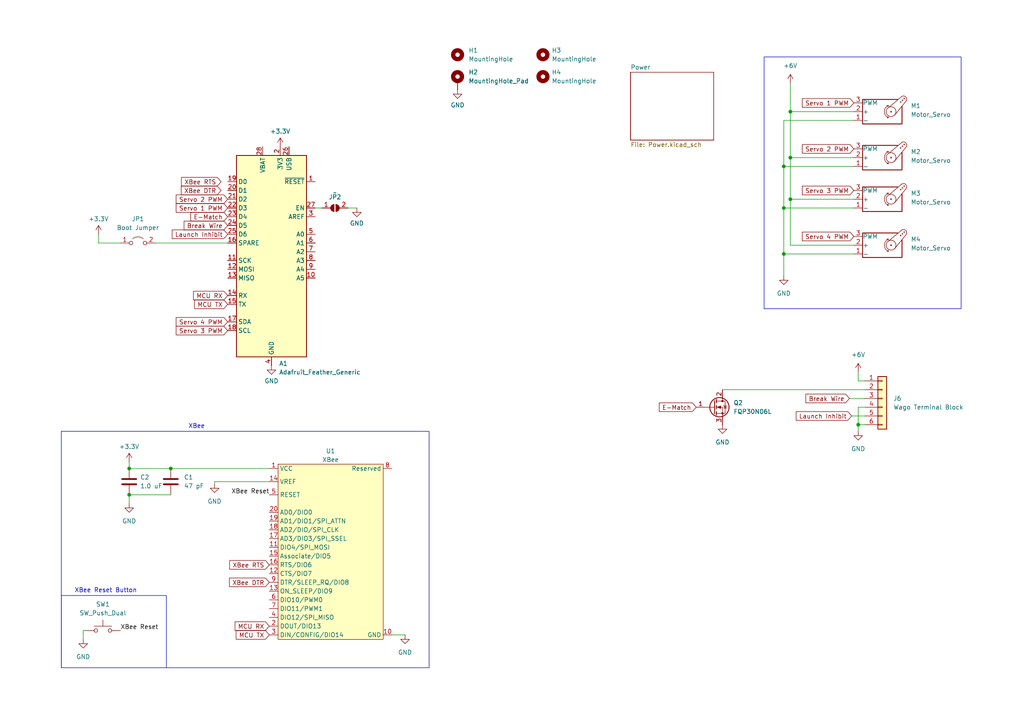
<source format=kicad_sch>
(kicad_sch (version 20230121) (generator eeschema)
  (paper "A4")
  (lib_symbols
    (symbol "Connector_Generic:Conn_01x06" (pin_names (offset 1.016) hide)
      (property "Reference" "J" (at 0 7.62 0))
      (property "Value" "Conn_01x06" (at 0 -10.16 0))
      (symbol "Conn_01x06_1_1"
        (rectangle (start -1.27 -7.493) (end 0 -7.747) (stroke (width 0.1524)))
        (rectangle (start -1.27 -4.953) (end 0 -5.207) (stroke (width 0.1524)))
        (rectangle (start -1.27 -2.413) (end 0 -2.667) (stroke (width 0.1524)))
        (rectangle (start -1.27 0.127) (end 0 -0.127) (stroke (width 0.1524)))
        (rectangle (start -1.27 2.667) (end 0 2.413) (stroke (width 0.1524)))
        (rectangle (start -1.27 5.207) (end 0 4.953) (stroke (width 0.1524)))
        (rectangle (start -1.27 6.35) (end 1.27 -8.89) (stroke (width 0.254)) (fill (type background)))
        (pin passive line (at -5.08 5.08 0) (length 3.81) (name "Pin_1") (number "1"))
        (pin passive line (at -5.08 2.54 0) (length 3.81) (name "Pin_2") (number "2"))
        (pin passive line (at -5.08 0 0) (length 3.81) (name "Pin_3") (number "3"))
        (pin passive line (at -5.08 -2.54 0) (length 3.81) (name "Pin_4") (number "4"))
        (pin passive line (at -5.08 -5.08 0) (length 3.81) (name "Pin_5") (number "5"))
        (pin passive line (at -5.08 -7.62 0) (length 3.81) (name "Pin_6") (number "6"))
      )
    )
    (symbol "Device:C" (pin_numbers hide) (pin_names (offset 0.254))
      (property "Reference" "C" (at 0.635 2.54 0))
      (property "Value" "C" (at 0.635 -2.54 0))
      (symbol "C_0_1"
        (polyline (pts (xy -2.032 -0.762) (xy 2.032 -0.762)) (stroke (width 0.508)))
        (polyline (pts (xy -2.032 0.762) (xy 2.032 0.762)) (stroke (width 0.508)))
      )
      (symbol "C_1_1"
        (pin passive line (at 0 3.81 270) (length 2.794) (name "~") (number "1"))
        (pin passive line (at 0 -3.81 90) (length 2.794) (name "~") (number "2"))
      )
    )
    (symbol "Device:Q_NMOS_GDS" (pin_names (offset 0) hide)
      (property "Reference" "Q" (at 5.08 1.27 0))
      (property "Value" "Q_NMOS_GDS" (at 5.08 -1.27 0))
      (symbol "Q_NMOS_GDS_0_1"
        (polyline (pts (xy 0.254 0) (xy -2.54 0)))
        (polyline (pts (xy 0.254 1.905) (xy 0.254 -1.905)) (stroke (width 0.254)))
        (polyline (pts (xy 0.762 -1.27) (xy 0.762 -2.286)) (stroke (width 0.254)))
        (polyline (pts (xy 0.762 0.508) (xy 0.762 -0.508)) (stroke (width 0.254)))
        (polyline (pts (xy 0.762 2.286) (xy 0.762 1.27)) (stroke (width 0.254)))
        (polyline (pts (xy 2.54 2.54) (xy 2.54 1.778)))
        (polyline (pts (xy 2.54 -2.54) (xy 2.54 0) (xy 0.762 0)))
        (polyline (pts (xy 0.762 -1.778) (xy 3.302 -1.778) (xy 3.302 1.778) (xy 0.762 1.778)))
        (polyline (pts (xy 1.016 0) (xy 2.032 0.381) (xy 2.032 -0.381) (xy 1.016 0)) (fill (type outline)))
        (polyline (pts (xy 2.794 0.508) (xy 2.921 0.381) (xy 3.683 0.381) (xy 3.81 0.254)))
        (polyline (pts (xy 3.302 0.381) (xy 2.921 -0.254) (xy 3.683 -0.254) (xy 3.302 0.381)))
        (circle (center 1.651 0) (radius 2.794) (stroke (width 0.254)))
        (circle (center 2.54 -1.778) (radius 0.254) (fill (type outline)))
        (circle (center 2.54 1.778) (radius 0.254) (fill (type outline)))
      )
      (symbol "Q_NMOS_GDS_1_1"
        (pin input line (at -5.08 0 0) (length 2.54) (name "G") (number "1"))
        (pin passive line (at 2.54 5.08 270) (length 2.54) (name "D") (number "2"))
        (pin passive line (at 2.54 -5.08 90) (length 2.54) (name "S") (number "3"))
      )
    )
    (symbol "Jumper:Jumper_2_Open" (pin_names (offset 0) hide)
      (property "Reference" "JP" (at 0 2.794 0))
      (property "Value" "Jumper_2_Open" (at 0 -2.286 0))
      (symbol "Jumper_2_Open_0_0"
        (circle (center -2.032 0) (radius 0.508))
        (circle (center 2.032 0) (radius 0.508))
      )
      (symbol "Jumper_2_Open_0_1"
        (arc (start 1.524 1.27) (mid 0 1.778) (end -1.524 1.27))
      )
      (symbol "Jumper_2_Open_1_1"
        (pin passive line (at -5.08 0 0) (length 2.54) (name "A") (number "1"))
        (pin passive line (at 5.08 0 180) (length 2.54) (name "B") (number "2"))
      )
    )
    (symbol "Jumper:SolderJumper_2_Open" (pin_names (offset 0) hide)
      (property "Reference" "JP" (at 0 2.032 0))
      (property "Value" "SolderJumper_2_Open" (at 0 -2.54 0))
      (symbol "SolderJumper_2_Open_0_1"
        (arc (start -0.254 1.016) (mid -1.2656 0) (end -0.254 -1.016))
        (arc (start -0.254 1.016) (mid -1.2656 0) (end -0.254 -1.016) (fill (type outline)))
        (polyline (pts (xy -0.254 1.016) (xy -0.254 -1.016)))
        (polyline (pts (xy 0.254 1.016) (xy 0.254 -1.016)))
        (arc (start 0.254 -1.016) (mid 1.2656 0) (end 0.254 1.016))
        (arc (start 0.254 -1.016) (mid 1.2656 0) (end 0.254 1.016) (fill (type outline)))
      )
      (symbol "SolderJumper_2_Open_1_1"
        (pin passive line (at -3.81 0 0) (length 2.54) (name "A") (number "1"))
        (pin passive line (at 3.81 0 180) (length 2.54) (name "B") (number "2"))
      )
    )
    (symbol "MCU_Module:Adafruit_Feather_Generic"
      (property "Reference" "A" (at -10.16 29.21 0))
      (property "Value" "Adafruit_Feather_Generic" (at 2.54 -31.75 0))
      (symbol "Adafruit_Feather_Generic_0_1"
        (rectangle (start -10.16 27.94) (end 10.16 -30.48) (stroke (width 0.254)) (fill (type background)))
      )
      (symbol "Adafruit_Feather_Generic_1_1"
        (pin input line (at 12.7 20.32 180) (length 2.54) (name "~{RESET}") (number "1"))
        (pin bidirectional line (at 12.7 -7.62 180) (length 2.54) (name "A5") (number "10"))
        (pin bidirectional line (at -12.7 -2.54 0) (length 2.54) (name "SCK") (number "11"))
        (pin bidirectional line (at -12.7 -5.08 0) (length 2.54) (name "MOSI") (number "12"))
        (pin bidirectional line (at -12.7 -7.62 0) (length 2.54) (name "MISO") (number "13"))
        (pin bidirectional line (at -12.7 -12.7 0) (length 2.54) (name "RX") (number "14"))
        (pin bidirectional line (at -12.7 -15.24 0) (length 2.54) (name "TX") (number "15"))
        (pin bidirectional line (at -12.7 2.54 0) (length 2.54) (name "SPARE") (number "16"))
        (pin bidirectional line (at -12.7 -20.32 0) (length 2.54) (name "SDA") (number "17"))
        (pin bidirectional line (at -12.7 -22.86 0) (length 2.54) (name "SCL") (number "18"))
        (pin bidirectional line (at -12.7 20.32 0) (length 2.54) (name "D0") (number "19"))
        (pin power_in line (at 2.54 30.48 270) (length 2.54) (name "3V3") (number "2"))
        (pin bidirectional line (at -12.7 17.78 0) (length 2.54) (name "D1") (number "20"))
        (pin bidirectional line (at -12.7 15.24 0) (length 2.54) (name "D2") (number "21"))
        (pin bidirectional line (at -12.7 12.7 0) (length 2.54) (name "D3") (number "22"))
        (pin bidirectional line (at -12.7 10.16 0) (length 2.54) (name "D4") (number "23"))
        (pin bidirectional line (at -12.7 7.62 0) (length 2.54) (name "D5") (number "24"))
        (pin bidirectional line (at -12.7 5.08 0) (length 2.54) (name "D6") (number "25"))
        (pin power_in line (at 5.08 30.48 270) (length 2.54) (name "USB") (number "26"))
        (pin input line (at 12.7 12.7 180) (length 2.54) (name "EN") (number "27"))
        (pin power_in line (at -2.54 30.48 270) (length 2.54) (name "VBAT") (number "28"))
        (pin input line (at 12.7 10.16 180) (length 2.54) (name "AREF") (number "3"))
        (pin power_in line (at 0 -33.02 90) (length 2.54) (name "GND") (number "4"))
        (pin bidirectional line (at 12.7 5.08 180) (length 2.54) (name "A0") (number "5"))
        (pin bidirectional line (at 12.7 2.54 180) (length 2.54) (name "A1") (number "6"))
        (pin bidirectional line (at 12.7 0 180) (length 2.54) (name "A2") (number "7"))
        (pin bidirectional line (at 12.7 -2.54 180) (length 2.54) (name "A3") (number "8"))
        (pin bidirectional line (at 12.7 -5.08 180) (length 2.54) (name "A4") (number "9"))
      )
    )
    (symbol "Marks_Symbols:Motor_Servo" (pin_names (offset 0.0254))
      (property "Reference" "M" (at -5.08 4.445 0))
      (property "Value" "Motor_Servo" (at -5.08 -4.064 0))
      (symbol "Motor_Servo_0_1"
        (polyline (pts (xy 2.413 -1.778) (xy 2.032 -1.778)))
        (polyline (pts (xy 2.413 -1.778) (xy 2.286 -1.397)))
        (polyline (pts (xy 2.413 1.778) (xy 1.905 1.778)))
        (polyline (pts (xy 2.413 1.778) (xy 2.286 1.397)))
        (polyline (pts (xy 6.35 4.445) (xy 2.54 1.27)))
        (polyline (pts (xy 7.62 3.175) (xy 4.191 -1.016)))
        (polyline (pts (xy 5.08 3.556) (xy -5.08 3.556) (xy -5.08 -3.556) (xy 6.35 -3.556) (xy 6.35 1.524)) (stroke (width 0.254)))
        (arc (start 2.413 1.778) (mid 1.2406 0) (end 2.413 -1.778))
        (circle (center 3.175 0) (radius 0.1778))
        (circle (center 3.175 0) (radius 1.4224))
        (circle (center 5.969 2.794) (radius 0.127))
        (circle (center 6.477 3.302) (radius 0.127))
        (circle (center 6.985 3.81) (radius 0.127))
        (arc (start 7.62 3.175) (mid 7.4485 4.2735) (end 6.35 4.445))
      )
      (symbol "Motor_Servo_1_1"
        (pin passive line (at -7.62 -2.54 0) (length 2.54) (name "-") (number "1"))
        (pin passive line (at -7.62 0 0) (length 2.54) (name "+") (number "2"))
        (pin passive line (at -7.62 2.54 0) (length 2.54) (name "PWM") (number "3"))
      )
    )
    (symbol "Marks_Symbols:XBee_THT"
      (property "Reference" "U" (at 0 29.21 0))
      (property "Value" "Xbee" (at 0 26.67 0))
      (symbol "XBee_THT_0_0"
        (pin power_in line (at -17.78 24.13 0) (length 2.54) (name "VCC") (number "1"))
        (pin unspecified line (at 17.78 -24.13 180) (length 2.54) (name "GND") (number "10"))
        (pin bidirectional line (at -17.78 1.27 0) (length 2.54) (name "DIO4/SPI_MOSI") (number "11"))
        (pin bidirectional line (at -17.78 -6.35 0) (length 2.54) (name "CTS/DIO7") (number "12"))
        (pin bidirectional line (at -17.78 -11.43 0) (length 2.54) (name "ON_SLEEP/DIO9") (number "13"))
        (pin unspecified line (at -17.78 20.32 0) (length 2.54) (name "VREF") (number "14"))
        (pin bidirectional line (at -17.78 -1.27 0) (length 2.54) (name "Associate/DIO5") (number "15"))
        (pin bidirectional line (at -17.78 -3.81 0) (length 2.54) (name "RTS/DIO6") (number "16"))
        (pin bidirectional line (at -17.78 3.81 0) (length 2.54) (name "AD3/DIO3/SPI_SSEL") (number "17"))
        (pin bidirectional line (at -17.78 6.35 0) (length 2.54) (name "AD2/DIO/SPI_CLK") (number "18"))
        (pin bidirectional line (at -17.78 8.89 0) (length 2.54) (name "AD1/DIO1/SPI_ATTN") (number "19"))
        (pin bidirectional line (at -17.78 -21.59 0) (length 2.54) (name "DOUT/DIO13") (number "2"))
        (pin bidirectional line (at -17.78 11.43 0) (length 2.54) (name "AD0/DIO0") (number "20"))
        (pin bidirectional line (at -17.78 -24.13 0) (length 2.54) (name "DIN/CONFIG/DIO14") (number "3"))
        (pin bidirectional line (at -17.78 -19.05 0) (length 2.54) (name "DIO12/SPI_MISO") (number "4"))
        (pin input line (at -17.78 16.51 0) (length 2.54) (name "RESET") (number "5"))
        (pin bidirectional line (at -17.78 -13.97 0) (length 2.54) (name "DIO10/PWM0") (number "6"))
        (pin bidirectional line (at -17.78 -16.51 0) (length 2.54) (name "DIO11/PWM1") (number "7"))
        (pin unspecified line (at 17.78 24.13 180) (length 2.54) (name "Reserved") (number "8"))
        (pin bidirectional line (at -17.78 -8.89 0) (length 2.54) (name "DTR/SLEEP_RQ/DIO8") (number "9"))
      )
      (symbol "XBee_THT_1_1"
        (rectangle (start -15.24 25.4) (end 15.24 -25.4) (fill (type background)))
      )
    )
    (symbol "Mechanical:MountingHole" (pin_names (offset 1.016))
      (property "Reference" "H" (at 0 5.08 0))
      (property "Value" "MountingHole" (at 0 3.175 0))
      (symbol "MountingHole_0_1"
        (circle (center 0 0) (radius 1.27) (stroke (width 1.27)))
      )
    )
    (symbol "Mechanical:MountingHole_Pad" (pin_numbers hide) (pin_names (offset 1.016) hide)
      (property "Reference" "H" (at 0 6.35 0))
      (property "Value" "MountingHole_Pad" (at 0 4.445 0))
      (symbol "MountingHole_Pad_0_1"
        (circle (center 0 1.27) (radius 1.27) (stroke (width 1.27)))
      )
      (symbol "MountingHole_Pad_1_1"
        (pin input line (at 0 -2.54 90) (length 2.54) (name "1") (number "1"))
      )
    )
    (symbol "Switch:SW_Push" (pin_numbers hide) (pin_names (offset 1.016) hide)
      (property "Reference" "SW" (at 1.27 2.54 0))
      (property "Value" "SW_Push" (at 0 -1.524 0))
      (symbol "SW_Push_0_1"
        (circle (center -2.032 0) (radius 0.508))
        (polyline (pts (xy 0 1.27) (xy 0 3.048)))
        (polyline (pts (xy 2.54 1.27) (xy -2.54 1.27)))
        (circle (center 2.032 0) (radius 0.508))
        (pin passive line (at -5.08 0 0) (length 2.54) (name "1") (number "1"))
        (pin passive line (at 5.08 0 180) (length 2.54) (name "2") (number "2"))
      )
    )
    (symbol "power:+3.3V" (power) (pin_names (offset 0))
      (property "Value" "+3.3V" (at 0 3.556 0))
      (symbol "+3.3V_0_1"
        (polyline (pts (xy -0.762 1.27) (xy 0 2.54)))
        (polyline (pts (xy 0 0) (xy 0 2.54)))
        (polyline (pts (xy 0 2.54) (xy 0.762 1.27)))
      )
      (symbol "+3.3V_1_1"
        (pin power_in line (at 0 0 90) (length 0) hide (name "+3.3V") (number "1"))
      )
    )
    (symbol "power:+6V" (power) (pin_names (offset 0))
      (property "Value" "+6V" (at 0 3.556 0))
      (symbol "+6V_0_1"
        (polyline (pts (xy -0.762 1.27) (xy 0 2.54)))
        (polyline (pts (xy 0 0) (xy 0 2.54)))
        (polyline (pts (xy 0 2.54) (xy 0.762 1.27)))
      )
      (symbol "+6V_1_1"
        (pin power_in line (at 0 0 90) (length 0) hide (name "+6V") (number "1"))
      )
    )
    (symbol "power:GND" (power) (pin_names (offset 0))
      (property "Value" "GND" (at 0 -3.81 0))
      (symbol "GND_0_1"
        (polyline (pts (xy 0 0) (xy 0 -1.27) (xy 1.27 -1.27) (xy 0 -2.54) (xy -1.27 -1.27) (xy 0 -1.27)))
      )
      (symbol "GND_1_1"
        (pin power_in line (at 0 0 270) (length 0) hide (name "GND") (number "1"))
      )
    )
  )
  (junction (at 49.53 135.89))
  (junction (at 37.465 135.89))
  (junction (at 229.235 57.785))
  (junction (at 248.92 123.19))
  (junction (at 227.33 48.26))
  (junction (at 229.235 45.72))
  (junction (at 227.33 60.325))
  (junction (at 227.33 73.66))
  (junction (at 37.465 143.51))
  (junction (at 229.235 32.385))
  (wire (pts (xy 229.235 57.785) (xy 229.235 71.12)))
  (wire (pts (xy 229.235 57.785) (xy 247.65 57.785)))
  (wire (pts (xy 45.085 70.485) (xy 66.04 70.485)))
  (wire (pts (xy 78.105 139.7) (xy 62.23 139.7)))
  (wire (pts (xy 37.465 135.89) (xy 49.53 135.89)))
  (wire (pts (xy 229.235 45.72) (xy 229.235 57.785)))
  (wire (pts (xy 37.465 133.985) (xy 37.465 135.89)))
  (wire (pts (xy 248.92 125.095) (xy 248.92 123.19)))
  (wire (pts (xy 37.465 143.51) (xy 49.53 143.51)))
  (wire (pts (xy 229.235 32.385) (xy 229.235 45.72)))
  (wire (pts (xy 28.575 67.945) (xy 28.575 70.485)))
  (wire (pts (xy 227.33 73.66) (xy 247.65 73.66)))
  (wire (pts (xy 100.965 60.325) (xy 103.505 60.325)))
  (wire (pts (xy 248.92 118.11) (xy 250.825 118.11)))
  (wire (pts (xy 227.33 48.26) (xy 227.33 60.325)))
  (wire (pts (xy 227.33 48.26) (xy 247.65 48.26)))
  (wire (pts (xy 227.33 60.325) (xy 247.65 60.325)))
  (wire (pts (xy 24.765 182.88) (xy 24.13 182.88)))
  (wire (pts (xy 246.38 115.57) (xy 250.825 115.57)))
  (wire (pts (xy 247.015 120.65) (xy 250.825 120.65)))
  (wire (pts (xy 24.13 182.88) (xy 24.13 185.42)))
  (wire (pts (xy 227.33 60.325) (xy 227.33 73.66)))
  (wire (pts (xy 28.575 70.485) (xy 34.925 70.485)))
  (wire (pts (xy 227.33 73.66) (xy 227.33 80.01)))
  (wire (pts (xy 49.53 135.89) (xy 78.105 135.89)))
  (wire (pts (xy 113.665 184.15) (xy 117.475 184.15)))
  (wire (pts (xy 248.92 123.19) (xy 250.825 123.19)))
  (wire (pts (xy 209.55 113.03) (xy 250.825 113.03)))
  (wire (pts (xy 247.65 34.925) (xy 227.33 34.925)))
  (wire (pts (xy 93.345 60.325) (xy 91.44 60.325)))
  (wire (pts (xy 37.465 143.51) (xy 37.465 146.05)))
  (wire (pts (xy 227.33 34.925) (xy 227.33 48.26)))
  (wire (pts (xy 229.235 45.72) (xy 247.65 45.72)))
  (wire (pts (xy 248.92 107.95) (xy 248.92 110.49)))
  (wire (pts (xy 62.23 139.7) (xy 62.23 140.335)))
  (wire (pts (xy 229.235 24.13) (xy 229.235 32.385)))
  (wire (pts (xy 247.65 32.385) (xy 229.235 32.385)))
  (wire (pts (xy 248.92 110.49) (xy 250.825 110.49)))
  (wire (pts (xy 229.235 71.12) (xy 247.65 71.12)))
  (wire (pts (xy 248.92 123.19) (xy 248.92 118.11)))
  (rectangle (start 17.78 172.72) (end 48.26 193.675))
  (rectangle (start 17.78 125.095) (end 124.46 193.675))
  (rectangle (start 221.615 16.51) (end 278.765 89.535))
  (text "XBee Reset Button" (at 21.59 172.085 0) (effects (font (size 1.27 1.27)) (justify left bottom)))
  (text "XBee" (at 54.61 124.46 0) (effects (font (size 1.27 1.27)) (justify left bottom)))
  (label "XBee Reset" (at 78.105 143.51 180))
  (label "XBee Reset" (at 34.925 182.88 0))
  (global_label "Launch Inhibit" (shape input) (at 247.015 120.65 180) (property "Intersheetrefs" "${INTERSHEET_REFS}" (effects hide)))
  (global_label "MCU RX" (shape input) (at 78.105 181.61 180) (property "Intersheetrefs" "${INTERSHEET_REFS}" (effects hide)))
  (global_label "Break Wire" (shape input) (at 246.38 115.57 180) (property "Intersheetrefs" "${INTERSHEET_REFS}" (effects hide)))
  (global_label "MCU RX" (shape input) (at 66.04 85.725 180) (property "Intersheetrefs" "${INTERSHEET_REFS}" (effects hide)))
  (global_label "MCU TX" (shape input) (at 78.105 184.15 180) (property "Intersheetrefs" "${INTERSHEET_REFS}" (effects hide)))
  (global_label "Servo 4 PWM" (shape input) (at 247.65 68.58 180) (property "Intersheetrefs" "${INTERSHEET_REFS}" (effects hide)))
  (global_label "XBee RTS" (shape input) (at 78.105 163.83 180) (property "Intersheetrefs" "${INTERSHEET_REFS}" (effects hide)))
  (global_label "Servo 1 PWM" (shape input) (at 66.04 60.325 180) (property "Intersheetrefs" "${INTERSHEET_REFS}" (effects hide)))
  (global_label "Servo 2 PWM" (shape input) (at 247.65 43.18 180) (property "Intersheetrefs" "${INTERSHEET_REFS}" (effects hide)))
  (global_label "Break Wire" (shape input) (at 66.04 65.405 180) (property "Intersheetrefs" "${INTERSHEET_REFS}" (effects hide)))
  (global_label "Servo 4 PWM" (shape input) (at 66.04 93.345 180) (property "Intersheetrefs" "${INTERSHEET_REFS}" (effects hide)))
  (global_label "XBee RTS" (shape input) (at 64.135 52.705 180) (property "Intersheetrefs" "${INTERSHEET_REFS}" (effects hide)))
  (global_label "E-Match" (shape input) (at 66.04 62.865 180) (property "Intersheetrefs" "${INTERSHEET_REFS}" (effects hide)))
  (global_label "XBee DTR" (shape input) (at 64.135 55.245 180) (property "Intersheetrefs" "${INTERSHEET_REFS}" (effects hide)))
  (global_label "Servo 2 PWM" (shape input) (at 66.04 57.785 180) (property "Intersheetrefs" "${INTERSHEET_REFS}" (effects hide)))
  (global_label "Servo 3 PWM" (shape input) (at 66.04 95.885 180) (property "Intersheetrefs" "${INTERSHEET_REFS}" (effects hide)))
  (global_label "Servo 3 PWM" (shape input) (at 247.65 55.245 180) (property "Intersheetrefs" "${INTERSHEET_REFS}" (effects hide)))
  (global_label "Launch Inhibit" (shape input) (at 66.04 67.945 180) (property "Intersheetrefs" "${INTERSHEET_REFS}" (effects hide)))
  (global_label "Servo 1 PWM" (shape input) (at 247.65 29.845 180) (property "Intersheetrefs" "${INTERSHEET_REFS}" (effects hide)))
  (global_label "XBee DTR" (shape input) (at 78.105 168.91 180) (property "Intersheetrefs" "${INTERSHEET_REFS}" (effects hide)))
  (global_label "MCU TX" (shape input) (at 66.04 88.265 180) (property "Intersheetrefs" "${INTERSHEET_REFS}" (effects hide)))
  (global_label "E-Match" (shape input) (at 201.93 118.11 180) (property "Intersheetrefs" "${INTERSHEET_REFS}" (effects hide)))
  (symbol (lib_id "Marks_Symbols:Motor_Servo") (at 255.27 71.12 0) (unit 1)
    (property "Reference" "M4" (at 264.16 69.4166 0) (effects (justify left)))
    (property "Value" "Motor_Servo" (at 264.16 71.9566 0) (effects (justify left)))
    (property "Footprint" "Connector_PinHeader_2.54mm:PinHeader_1x03_P2.54mm_Vertical" (effects hide))
    (property "Datasheet" "http://forums.parallax.com/uploads/attachments/46831/74481.png" (effects hide))
  )
  (symbol (lib_id "power:GND") (at 209.55 123.19 0) (unit 1)
    (property "Reference" "#PWR037" (effects hide))
    (property "Value" "GND" (at 209.55 128.27 0))
  )
  (symbol (lib_id "power:GND") (at 117.475 184.15 0) (unit 1)
    (property "Reference" "#PWR011" (effects hide))
    (property "Value" "GND" (at 117.475 189.23 0))
  )
  (symbol (lib_id "power:GND") (at 227.33 80.01 0) (unit 1)
    (property "Reference" "#PWR05" (effects hide))
    (property "Value" "GND" (at 227.33 85.09 0))
  )
  (symbol (lib_id "Marks_Symbols:XBee_THT") (at 95.885 160.02 0) (unit 1)
    (property "Reference" "U1" (at 95.885 130.81 0))
    (property "Value" "XBee" (at 95.885 133.35 0))
    (property "Footprint" "Marks_Footprints:XBee-PRO 900HP" (effects hide))
  )
  (symbol (lib_id "Mechanical:MountingHole_Pad") (at 132.715 23.495 0) (unit 1)
    (property "Reference" "H2" (at 135.89 20.955 0) (effects (justify left)))
    (property "Value" "MountingHole_Pad" (at 135.89 23.495 0) (effects (justify left)))
    (property "Footprint" "MountingHole:MountingHole_4mm_Pad_Via" (effects hide))
  )
  (symbol (lib_id "power:+3.3V") (at 81.28 42.545 0) (unit 1)
    (property "Reference" "#PWR01" (effects hide))
    (property "Value" "+3.3V" (at 81.28 38.1 0))
  )
  (symbol (lib_id "Device:Q_NMOS_GDS") (at 207.01 118.11 0) (unit 1)
    (property "Reference" "Q2" (at 212.725 116.84 0) (effects (justify left)))
    (property "Value" "FQP30N06L" (at 212.725 119.38 0) (effects (justify left)))
    (property "Footprint" "Package_TO_SOT_THT:TO-220-3_Vertical" (effects hide))
    (property "Datasheet" "https://www.onsemi.com/pdf/datasheet/fqp30n06l-d.pdf" (effects hide))
    (property "Part No." "FQP30N06L" (effects hide))
  )
  (symbol (lib_id "Device:C") (at 37.465 139.7 0) (unit 1)
    (property "Reference" "C2" (at 40.64 138.43 0) (effects (justify left)))
    (property "Value" "1.0 uF" (at 40.64 140.97 0) (effects (justify left)))
    (property "Footprint" "Capacitor_SMD:C_0805_2012Metric" (effects hide))
    (property "Part No." "GRM219R7YA105MA12D" (effects hide))
  )
  (symbol (lib_id "MCU_Module:Adafruit_Feather_Generic") (at 78.74 73.025 0) (unit 1)
    (property "Reference" "A1" (at 80.9341 105.41 0) (effects (justify left)))
    (property "Value" "Adafruit_Feather_Generic" (at 80.9341 107.95 0) (effects (justify left)))
    (property "Footprint" "Module:Adafruit_Feather" (effects hide))
    (property "Datasheet" "https://cdn-learn.adafruit.com/downloads/pdf/adafruit-feather.pdf" (effects hide))
    (property "Description" "Feather STM32" (effects hide))
  )
  (symbol (lib_id "power:GND") (at 37.465 146.05 0) (unit 1)
    (property "Reference" "#PWR07" (effects hide))
    (property "Value" "GND" (at 37.465 151.13 0))
  )
  (symbol (lib_id "power:GND") (at 78.74 106.045 0) (unit 1)
    (property "Reference" "#PWR02" (effects hide))
    (property "Value" "GND" (at 78.74 110.49 0))
  )
  (symbol (lib_id "Jumper:SolderJumper_2_Open") (at 97.155 60.325 0) (unit 1)
    (property "Reference" "JP2" (at 97.155 57.15 0))
    (property "Value" "~" (at 97.155 55.88 0))
    (property "Footprint" "Jumper:SolderJumper-2_P1.3mm_Open_TrianglePad1.0x1.5mm" (effects hide))
  )
  (symbol (lib_id "power:GND") (at 103.505 60.325 0) (unit 1)
    (property "Reference" "#PWR03" (effects hide))
    (property "Value" "GND" (at 103.505 64.77 0))
  )
  (symbol (lib_id "Connector_Generic:Conn_01x06") (at 255.905 115.57 0) (unit 1)
    (property "Reference" "J6" (at 259.08 115.57 0) (effects (justify left)))
    (property "Value" "Wago Terminal Block" (at 259.08 118.11 0) (effects (justify left)))
    (property "Footprint" "Marks_Footprints:WAGO_2601-1106_lever_terminal_block" (effects hide))
    (property "Part No." "2601-1106" (effects hide))
  )
  (symbol (lib_id "power:+6V") (at 248.92 107.95 0) (unit 1)
    (property "Reference" "#PWR036" (effects hide))
    (property "Value" "+6V" (at 248.92 102.87 0))
  )
  (symbol (lib_id "power:GND") (at 132.715 26.035 0) (unit 1)
    (property "Reference" "#PWR038" (effects hide))
    (property "Value" "GND" (at 132.715 30.48 0))
  )
  (symbol (lib_id "power:+3.3V") (at 28.575 67.945 0) (unit 1)
    (property "Reference" "#PWR012" (effects hide))
    (property "Value" "+3.3V" (at 28.575 63.5 0))
  )
  (symbol (lib_id "Jumper:Jumper_2_Open") (at 40.005 70.485 0) (unit 1) (in_bom no)
    (property "Reference" "JP1" (at 40.005 63.5 0))
    (property "Value" "Boot Jumper" (at 40.005 66.04 0))
    (property "Footprint" "Connector_PinHeader_2.54mm:PinHeader_1x02_P2.54mm_Vertical" (effects hide))
  )
  (symbol (lib_id "power:+6V") (at 229.235 24.13 0) (unit 1)
    (property "Reference" "#PWR04" (effects hide))
    (property "Value" "+6V" (at 229.235 19.05 0))
  )
  (symbol (lib_id "power:GND") (at 62.23 140.335 0) (unit 1)
    (property "Reference" "#PWR08" (effects hide))
    (property "Value" "GND" (at 62.23 145.415 0))
  )
  (symbol (lib_id "power:+3.3V") (at 37.465 133.985 0) (unit 1)
    (property "Reference" "#PWR06" (effects hide))
    (property "Value" "+3.3V" (at 37.465 129.54 0))
  )
  (symbol (lib_id "Marks_Symbols:Motor_Servo") (at 255.27 57.785 0) (unit 1)
    (property "Reference" "M3" (at 264.16 56.0816 0) (effects (justify left)))
    (property "Value" "Motor_Servo" (at 264.16 58.6216 0) (effects (justify left)))
    (property "Footprint" "Connector_PinHeader_2.54mm:PinHeader_1x03_P2.54mm_Vertical" (effects hide))
    (property "Datasheet" "http://forums.parallax.com/uploads/attachments/46831/74481.png" (effects hide))
  )
  (symbol (lib_id "power:GND") (at 248.92 125.095 0) (unit 1)
    (property "Reference" "#PWR035" (effects hide))
    (property "Value" "GND" (at 248.92 130.175 0))
  )
  (symbol (lib_id "Switch:SW_Push") (at 29.845 182.88 0) (mirror y) (unit 1)
    (property "Reference" "SW1" (at 29.845 175.26 0))
    (property "Value" "SW_Push_Dual" (at 29.845 177.8 0))
    (property "Footprint" "Button_Switch_THT:SW_PUSH_6mm" (effects hide))
  )
  (symbol (lib_id "Marks_Symbols:Motor_Servo") (at 255.27 32.385 0) (unit 1)
    (property "Reference" "M1" (at 264.16 30.6816 0) (effects (justify left)))
    (property "Value" "Motor_Servo" (at 264.16 33.2216 0) (effects (justify left)))
    (property "Footprint" "Connector_PinHeader_2.54mm:PinHeader_1x03_P2.54mm_Vertical" (effects hide))
    (property "Datasheet" "http://forums.parallax.com/uploads/attachments/46831/74481.png" (effects hide))
  )
  (symbol (lib_id "Mechanical:MountingHole") (at 132.715 15.875 0) (unit 1)
    (property "Reference" "H1" (at 135.89 14.605 0) (effects (justify left)))
    (property "Value" "MountingHole" (at 135.89 17.145 0) (effects (justify left)))
    (property "Footprint" "MountingHole:MountingHole_4mm" (effects hide))
  )
  (symbol (lib_id "Mechanical:MountingHole") (at 157.48 22.225 0) (unit 1)
    (property "Reference" "H4" (at 160.02 20.955 0) (effects (justify left)))
    (property "Value" "MountingHole" (at 160.02 23.495 0) (effects (justify left)))
    (property "Footprint" "MountingHole:MountingHole_4mm" (effects hide))
  )
  (symbol (lib_id "Device:C") (at 49.53 139.7 0) (unit 1)
    (property "Reference" "C1" (at 53.34 138.43 0) (effects (justify left)))
    (property "Value" "47 pF" (at 53.34 140.97 0) (effects (justify left)))
    (property "Footprint" "Capacitor_SMD:C_0805_2012Metric" (effects hide))
    (property "Part No." "GRM21A5C2D470JW01D" (effects hide))
  )
  (symbol (lib_id "Marks_Symbols:Motor_Servo") (at 255.27 45.72 0) (unit 1)
    (property "Reference" "M2" (at 264.16 44.0166 0) (effects (justify left)))
    (property "Value" "Motor_Servo" (at 264.16 46.5566 0) (effects (justify left)))
    (property "Footprint" "Connector_PinHeader_2.54mm:PinHeader_1x03_P2.54mm_Vertical" (effects hide))
    (property "Datasheet" "http://forums.parallax.com/uploads/attachments/46831/74481.png" (effects hide))
  )
  (symbol (lib_id "Mechanical:MountingHole") (at 157.48 15.875 0) (unit 1)
    (property "Reference" "H3" (at 160.02 14.605 0) (effects (justify left)))
    (property "Value" "MountingHole" (at 160.02 17.145 0) (effects (justify left)))
    (property "Footprint" "MountingHole:MountingHole_4mm" (effects hide))
  )
  (symbol (lib_id "power:GND") (at 24.13 185.42 0) (unit 1)
    (property "Reference" "#PWR09" (effects hide))
    (property "Value" "GND" (at 24.13 190.5 0))
  )
  (sheet (at 182.88 20.955) (size 24.13 19.685) (stroke (width 0.1524))
    (property "Sheetname" "Power" (at 182.88 20.2434 0) (effects (justify left bottom)))
    (property "Sheetfile" "Power.kicad_sch" (at 182.88 41.2246 0) (effects (justify left top)))
  )
)
</source>
